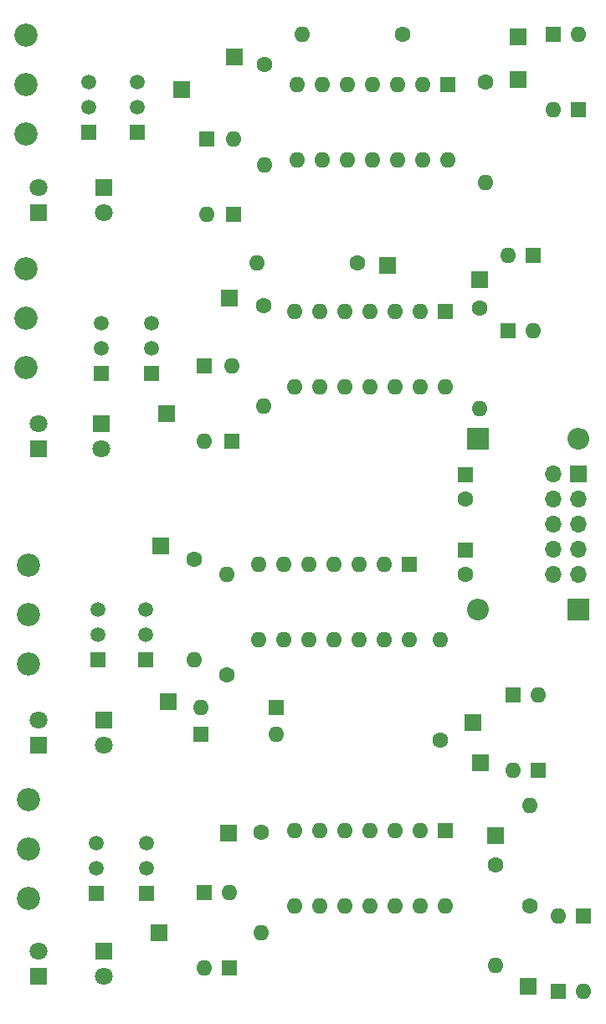
<source format=gbr>
%TF.GenerationSoftware,KiCad,Pcbnew,5.99.0+really5.1.10+dfsg1-1*%
%TF.CreationDate,2022-02-11T21:54:35+01:00*%
%TF.ProjectId,vierfach_LFO,76696572-6661-4636-985f-4c464f2e6b69,rev?*%
%TF.SameCoordinates,Original*%
%TF.FileFunction,Soldermask,Top*%
%TF.FilePolarity,Negative*%
%FSLAX46Y46*%
G04 Gerber Fmt 4.6, Leading zero omitted, Abs format (unit mm)*
G04 Created by KiCad (PCBNEW 5.99.0+really5.1.10+dfsg1-1) date 2022-02-11 21:54:35*
%MOMM*%
%LPD*%
G01*
G04 APERTURE LIST*
%ADD10C,2.340000*%
%ADD11R,1.700000X1.700000*%
%ADD12C,1.600000*%
%ADD13R,1.600000X1.600000*%
%ADD14O,2.200000X2.200000*%
%ADD15R,2.200000X2.200000*%
%ADD16R,1.800000X1.800000*%
%ADD17C,1.800000*%
%ADD18O,1.600000X1.600000*%
%ADD19O,1.700000X1.700000*%
%ADD20R,1.500000X1.500000*%
%ADD21C,1.500000*%
G04 APERTURE END LIST*
D10*
%TO.C,R_freq501*%
X62484000Y-119286000D03*
X62484000Y-124286000D03*
X62484000Y-129286000D03*
%TD*%
%TO.C,R_freq401*%
X62484000Y-95584000D03*
X62484000Y-100584000D03*
X62484000Y-105584000D03*
%TD*%
%TO.C,R_freq301*%
X62230000Y-65612000D03*
X62230000Y-70612000D03*
X62230000Y-75612000D03*
%TD*%
%TO.C,R_freq201*%
X62230000Y-41990000D03*
X62230000Y-46990000D03*
X62230000Y-51990000D03*
%TD*%
D11*
%TO.C,J504*%
X113030000Y-138176000D03*
%TD*%
%TO.C,J503*%
X82677000Y-122682000D03*
%TD*%
%TO.C,J502*%
X109728000Y-122936000D03*
%TD*%
%TO.C,J404*%
X108204000Y-115570000D03*
%TD*%
%TO.C,J403*%
X75819000Y-93599000D03*
%TD*%
%TO.C,J402*%
X107442000Y-111506000D03*
%TD*%
%TO.C,J304*%
X98806000Y-65278000D03*
%TD*%
%TO.C,J303*%
X82804000Y-68580000D03*
%TD*%
%TO.C,J302*%
X108077000Y-66675000D03*
%TD*%
%TO.C,J204*%
X112014000Y-42164000D03*
%TD*%
%TO.C,J203*%
X83312000Y-44196000D03*
%TD*%
%TO.C,J202*%
X112014000Y-46482000D03*
%TD*%
D12*
%TO.C,C101*%
X106680000Y-88900000D03*
D13*
X106680000Y-86400000D03*
%TD*%
%TO.C,C102*%
X106680000Y-94020000D03*
D12*
X106680000Y-96520000D03*
%TD*%
D14*
%TO.C,D101*%
X118110000Y-82804000D03*
D15*
X107950000Y-82804000D03*
%TD*%
%TO.C,D102*%
X118110000Y-100076000D03*
D14*
X107950000Y-100076000D03*
%TD*%
D16*
%TO.C,D201*%
X70104000Y-57404000D03*
D17*
X70104000Y-59944000D03*
%TD*%
D13*
%TO.C,D202*%
X80518000Y-52451000D03*
D18*
X80518000Y-60071000D03*
%TD*%
%TO.C,D203*%
X83185000Y-52451000D03*
D13*
X83185000Y-60071000D03*
%TD*%
D17*
%TO.C,D204*%
X63500000Y-57404000D03*
D16*
X63500000Y-59944000D03*
%TD*%
D18*
%TO.C,D205*%
X115570000Y-49530000D03*
D13*
X115570000Y-41910000D03*
%TD*%
%TO.C,D206*%
X118110000Y-49530000D03*
D18*
X118110000Y-41910000D03*
%TD*%
D17*
%TO.C,D301*%
X69850000Y-83820000D03*
D16*
X69850000Y-81280000D03*
%TD*%
D13*
%TO.C,D302*%
X80264000Y-75438000D03*
D18*
X80264000Y-83058000D03*
%TD*%
%TO.C,D303*%
X83058000Y-75438000D03*
D13*
X83058000Y-83058000D03*
%TD*%
D17*
%TO.C,D304*%
X63500000Y-81280000D03*
D16*
X63500000Y-83820000D03*
%TD*%
D13*
%TO.C,D305*%
X113538000Y-64262000D03*
D18*
X113538000Y-71882000D03*
%TD*%
%TO.C,D306*%
X110998000Y-64262000D03*
D13*
X110998000Y-71882000D03*
%TD*%
D16*
%TO.C,D401*%
X70104000Y-111252000D03*
D17*
X70104000Y-113792000D03*
%TD*%
D13*
%TO.C,D402*%
X79883000Y-112649000D03*
D18*
X87503000Y-112649000D03*
%TD*%
%TO.C,D403*%
X79883000Y-109982000D03*
D13*
X87503000Y-109982000D03*
%TD*%
D16*
%TO.C,D404*%
X63500000Y-113792000D03*
D17*
X63500000Y-111252000D03*
%TD*%
D18*
%TO.C,D405*%
X114046000Y-108712000D03*
D13*
X114046000Y-116332000D03*
%TD*%
%TO.C,D406*%
X111506000Y-108712000D03*
D18*
X111506000Y-116332000D03*
%TD*%
D16*
%TO.C,D501*%
X70104000Y-134620000D03*
D17*
X70104000Y-137160000D03*
%TD*%
D18*
%TO.C,D502*%
X80264000Y-136271000D03*
D13*
X80264000Y-128651000D03*
%TD*%
%TO.C,D503*%
X82804000Y-136271000D03*
D18*
X82804000Y-128651000D03*
%TD*%
D17*
%TO.C,D504*%
X63500000Y-134620000D03*
D16*
X63500000Y-137160000D03*
%TD*%
D18*
%TO.C,D505*%
X116078000Y-131064000D03*
D13*
X116078000Y-138684000D03*
%TD*%
%TO.C,D506*%
X118618000Y-131064000D03*
D18*
X118618000Y-138684000D03*
%TD*%
D11*
%TO.C,J101*%
X118110000Y-86360000D03*
D19*
X115570000Y-86360000D03*
X118110000Y-88900000D03*
X115570000Y-88900000D03*
X118110000Y-91440000D03*
X115570000Y-91440000D03*
X118110000Y-93980000D03*
X115570000Y-93980000D03*
X118110000Y-96520000D03*
X115570000Y-96520000D03*
%TD*%
D11*
%TO.C,J201*%
X77978000Y-47498000D03*
%TD*%
%TO.C,J301*%
X76454000Y-80264000D03*
%TD*%
%TO.C,J401*%
X76581000Y-109347000D03*
%TD*%
%TO.C,J501*%
X75692000Y-132715000D03*
%TD*%
D20*
%TO.C,Q201*%
X73525001Y-51816000D03*
D21*
X73525001Y-46736000D03*
X73525001Y-49276000D03*
%TD*%
D20*
%TO.C,Q202*%
X68580000Y-51816000D03*
D21*
X68580000Y-46736000D03*
X68580000Y-49276000D03*
%TD*%
D20*
%TO.C,Q301*%
X74930000Y-76200000D03*
D21*
X74930000Y-71120000D03*
X74930000Y-73660000D03*
%TD*%
%TO.C,Q302*%
X69850000Y-73660000D03*
X69850000Y-71120000D03*
D20*
X69850000Y-76200000D03*
%TD*%
%TO.C,Q401*%
X74295000Y-105156000D03*
D21*
X74295000Y-100076000D03*
X74295000Y-102616000D03*
%TD*%
%TO.C,Q402*%
X69469000Y-102616000D03*
X69469000Y-100076000D03*
D20*
X69469000Y-105156000D03*
%TD*%
D21*
%TO.C,Q501*%
X74422000Y-126238000D03*
X74422000Y-123698000D03*
D20*
X74422000Y-128778000D03*
%TD*%
D21*
%TO.C,Q502*%
X69342000Y-126238000D03*
X69342000Y-123698000D03*
D20*
X69342000Y-128778000D03*
%TD*%
D18*
%TO.C,R204*%
X108712000Y-56896000D03*
D12*
X108712000Y-46736000D03*
%TD*%
%TO.C,R211*%
X86360000Y-44958000D03*
D18*
X86360000Y-55118000D03*
%TD*%
D12*
%TO.C,R214*%
X100330000Y-41910000D03*
D18*
X90170000Y-41910000D03*
%TD*%
%TO.C,R304*%
X108077000Y-79756000D03*
D12*
X108077000Y-69596000D03*
%TD*%
%TO.C,R311*%
X86233000Y-69342000D03*
D18*
X86233000Y-79502000D03*
%TD*%
%TO.C,R314*%
X85598000Y-65024000D03*
D12*
X95758000Y-65024000D03*
%TD*%
%TO.C,R404*%
X104140000Y-113284000D03*
D18*
X104140000Y-103124000D03*
%TD*%
%TO.C,R411*%
X79248000Y-105156000D03*
D12*
X79248000Y-94996000D03*
%TD*%
%TO.C,R414*%
X82550000Y-106680000D03*
D18*
X82550000Y-96520000D03*
%TD*%
%TO.C,R504*%
X109728000Y-136017000D03*
D12*
X109728000Y-125857000D03*
%TD*%
%TO.C,R511*%
X85979000Y-122555000D03*
D18*
X85979000Y-132715000D03*
%TD*%
%TO.C,R514*%
X113157000Y-119888000D03*
D12*
X113157000Y-130048000D03*
%TD*%
D13*
%TO.C,U201*%
X104902000Y-46990000D03*
D18*
X89662000Y-54610000D03*
X102362000Y-46990000D03*
X92202000Y-54610000D03*
X99822000Y-46990000D03*
X94742000Y-54610000D03*
X97282000Y-46990000D03*
X97282000Y-54610000D03*
X94742000Y-46990000D03*
X99822000Y-54610000D03*
X92202000Y-46990000D03*
X102362000Y-54610000D03*
X89662000Y-46990000D03*
X104902000Y-54610000D03*
%TD*%
%TO.C,U301*%
X104668000Y-77540000D03*
X89428000Y-69920000D03*
X102128000Y-77540000D03*
X91968000Y-69920000D03*
X99588000Y-77540000D03*
X94508000Y-69920000D03*
X97048000Y-77540000D03*
X97048000Y-69920000D03*
X94508000Y-77540000D03*
X99588000Y-69920000D03*
X91968000Y-77540000D03*
X102128000Y-69920000D03*
X89428000Y-77540000D03*
D13*
X104668000Y-69920000D03*
%TD*%
D18*
%TO.C,U401*%
X101016000Y-103112000D03*
X85776000Y-95492000D03*
X98476000Y-103112000D03*
X88316000Y-95492000D03*
X95936000Y-103112000D03*
X90856000Y-95492000D03*
X93396000Y-103112000D03*
X93396000Y-95492000D03*
X90856000Y-103112000D03*
X95936000Y-95492000D03*
X88316000Y-103112000D03*
X98476000Y-95492000D03*
X85776000Y-103112000D03*
D13*
X101016000Y-95492000D03*
%TD*%
%TO.C,U501*%
X104648000Y-122428000D03*
D18*
X89408000Y-130048000D03*
X102108000Y-122428000D03*
X91948000Y-130048000D03*
X99568000Y-122428000D03*
X94488000Y-130048000D03*
X97028000Y-122428000D03*
X97028000Y-130048000D03*
X94488000Y-122428000D03*
X99568000Y-130048000D03*
X91948000Y-122428000D03*
X102108000Y-130048000D03*
X89408000Y-122428000D03*
X104648000Y-130048000D03*
%TD*%
M02*

</source>
